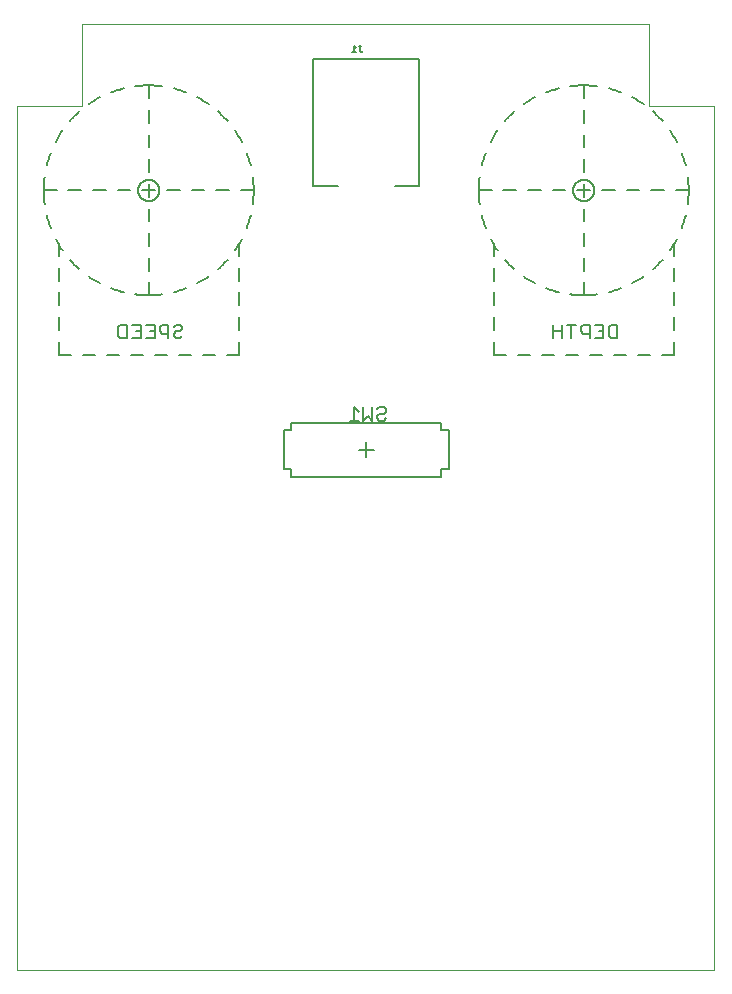
<source format=gbo>
G75*
%MOIN*%
%OFA0B0*%
%FSLAX25Y25*%
%IPPOS*%
%LPD*%
%AMOC8*
5,1,8,0,0,1.08239X$1,22.5*
%
%ADD10C,0.00500*%
%ADD11C,0.00600*%
%ADD12C,0.00800*%
%ADD13C,0.00000*%
D10*
X0121600Y0206000D02*
X0121600Y0211000D01*
X0124100Y0208500D02*
X0119100Y0208500D01*
X0119048Y0218250D02*
X0116045Y0218250D01*
X0117547Y0218250D02*
X0117547Y0222754D01*
X0119048Y0221253D01*
X0120649Y0222754D02*
X0120649Y0218250D01*
X0122151Y0219751D01*
X0123652Y0218250D01*
X0123652Y0222754D01*
X0125253Y0222003D02*
X0126004Y0222754D01*
X0127505Y0222754D01*
X0128256Y0222003D01*
X0128256Y0221253D01*
X0127505Y0220502D01*
X0126004Y0220502D01*
X0125253Y0219751D01*
X0125253Y0219001D01*
X0126004Y0218250D01*
X0127505Y0218250D01*
X0128256Y0219001D01*
X0164100Y0240063D02*
X0168155Y0240063D01*
X0172092Y0240063D02*
X0176147Y0240063D01*
X0180084Y0240063D02*
X0184139Y0240063D01*
X0188076Y0240063D02*
X0192131Y0240063D01*
X0196069Y0240063D02*
X0200124Y0240063D01*
X0204061Y0240063D02*
X0208116Y0240063D01*
X0212053Y0240063D02*
X0216108Y0240063D01*
X0220045Y0240063D02*
X0224100Y0240063D01*
X0224100Y0244401D01*
X0224100Y0248338D02*
X0224100Y0252676D01*
X0224100Y0256613D02*
X0224100Y0260950D01*
X0224100Y0264887D02*
X0224100Y0269225D01*
X0224100Y0273162D02*
X0224100Y0277500D01*
X0224822Y0295000D02*
X0229100Y0295000D01*
X0220885Y0295000D02*
X0216607Y0295000D01*
X0212670Y0295000D02*
X0208391Y0295000D01*
X0204454Y0295000D02*
X0200176Y0295000D01*
X0196239Y0295000D02*
X0191961Y0295000D01*
X0160107Y0303335D02*
X0160293Y0304058D01*
X0160493Y0304777D01*
X0160710Y0305492D01*
X0160941Y0306202D01*
X0161187Y0306907D01*
X0161449Y0307606D01*
X0163378Y0295000D02*
X0159100Y0295000D01*
X0167315Y0295000D02*
X0171593Y0295000D01*
X0175530Y0295000D02*
X0179809Y0295000D01*
X0183746Y0295000D02*
X0188024Y0295000D01*
X0167819Y0318115D02*
X0168318Y0318671D01*
X0168829Y0319215D01*
X0169351Y0319749D01*
X0169885Y0320271D01*
X0170429Y0320782D01*
X0170985Y0321281D01*
X0194100Y0321785D02*
X0194100Y0317507D01*
X0194100Y0313570D02*
X0194100Y0309291D01*
X0194100Y0305354D02*
X0194100Y0301076D01*
X0194100Y0297139D02*
X0194100Y0292861D01*
X0185764Y0261007D02*
X0185041Y0261193D01*
X0184322Y0261394D01*
X0183608Y0261610D01*
X0182898Y0261841D01*
X0182193Y0262088D01*
X0181494Y0262349D01*
X0194100Y0264278D02*
X0194100Y0260000D01*
X0194100Y0268215D02*
X0194100Y0272493D01*
X0194100Y0276430D02*
X0194100Y0280709D01*
X0194100Y0284646D02*
X0194100Y0288924D01*
X0202436Y0261007D02*
X0203159Y0261193D01*
X0203878Y0261394D01*
X0204592Y0261610D01*
X0205302Y0261841D01*
X0206007Y0262088D01*
X0206706Y0262349D01*
X0165391Y0274981D02*
X0164970Y0275598D01*
X0164563Y0276223D01*
X0164169Y0276857D01*
X0163789Y0277500D01*
X0163423Y0278150D01*
X0163070Y0278809D01*
X0164100Y0277500D02*
X0164100Y0273162D01*
X0164100Y0269225D02*
X0164100Y0264887D01*
X0164100Y0260950D02*
X0164100Y0256613D01*
X0164100Y0252676D02*
X0164100Y0248338D01*
X0164100Y0244401D02*
X0164100Y0240063D01*
X0222809Y0274981D02*
X0223230Y0275598D01*
X0223637Y0276223D01*
X0224031Y0276857D01*
X0224411Y0277500D01*
X0224777Y0278150D01*
X0225130Y0278809D01*
X0228093Y0303335D02*
X0227907Y0304058D01*
X0227707Y0304777D01*
X0227490Y0305492D01*
X0227259Y0306202D01*
X0227013Y0306907D01*
X0226751Y0307606D01*
X0220381Y0318115D02*
X0219882Y0318671D01*
X0219371Y0319215D01*
X0218849Y0319749D01*
X0218315Y0320271D01*
X0217771Y0320782D01*
X0217215Y0321281D01*
X0194100Y0325722D02*
X0194100Y0330000D01*
X0202435Y0328993D02*
X0203158Y0328807D01*
X0203877Y0328607D01*
X0204592Y0328390D01*
X0205302Y0328159D01*
X0206007Y0327913D01*
X0206706Y0327651D01*
X0228814Y0299467D02*
X0228901Y0298725D01*
X0228973Y0297982D01*
X0229028Y0297238D01*
X0229068Y0296492D01*
X0229092Y0295746D01*
X0229100Y0295000D01*
X0225130Y0311191D02*
X0224777Y0311849D01*
X0224411Y0312500D01*
X0224031Y0313142D01*
X0223637Y0313777D01*
X0223230Y0314402D01*
X0222809Y0315019D01*
X0198567Y0329714D02*
X0197825Y0329801D01*
X0197082Y0329873D01*
X0196338Y0329928D01*
X0195592Y0329968D01*
X0194846Y0329992D01*
X0194100Y0330000D01*
X0185765Y0328993D02*
X0185042Y0328807D01*
X0184323Y0328607D01*
X0183608Y0328390D01*
X0182898Y0328159D01*
X0182193Y0327913D01*
X0181494Y0327651D01*
X0189633Y0329714D02*
X0190375Y0329801D01*
X0191118Y0329873D01*
X0191862Y0329928D01*
X0192608Y0329968D01*
X0193354Y0329992D01*
X0194100Y0330000D01*
X0210291Y0326030D02*
X0210949Y0325677D01*
X0211600Y0325311D01*
X0212242Y0324931D01*
X0212877Y0324537D01*
X0213502Y0324130D01*
X0214119Y0323709D01*
X0177909Y0326030D02*
X0177251Y0325677D01*
X0176600Y0325311D01*
X0175958Y0324931D01*
X0175323Y0324537D01*
X0174698Y0324130D01*
X0174081Y0323709D01*
X0159386Y0299467D02*
X0159299Y0298725D01*
X0159227Y0297982D01*
X0159172Y0297238D01*
X0159132Y0296492D01*
X0159108Y0295746D01*
X0159100Y0295000D01*
X0163070Y0311191D02*
X0163423Y0311849D01*
X0163789Y0312500D01*
X0164169Y0313142D01*
X0164563Y0313777D01*
X0164970Y0314402D01*
X0165391Y0315019D01*
X0160107Y0286664D02*
X0160293Y0285941D01*
X0160494Y0285222D01*
X0160710Y0284508D01*
X0160941Y0283798D01*
X0161188Y0283093D01*
X0161449Y0282394D01*
X0194100Y0260000D02*
X0194847Y0260008D01*
X0195593Y0260032D01*
X0196338Y0260072D01*
X0197083Y0260127D01*
X0197826Y0260199D01*
X0198567Y0260286D01*
X0170985Y0268719D02*
X0170429Y0269218D01*
X0169885Y0269729D01*
X0169351Y0270251D01*
X0168829Y0270785D01*
X0168318Y0271329D01*
X0167819Y0271885D01*
X0217215Y0268719D02*
X0217771Y0269218D01*
X0218315Y0269729D01*
X0218849Y0270251D01*
X0219371Y0270785D01*
X0219882Y0271329D01*
X0220381Y0271885D01*
X0194100Y0260000D02*
X0193353Y0260008D01*
X0192607Y0260032D01*
X0191862Y0260072D01*
X0191117Y0260127D01*
X0190374Y0260199D01*
X0189633Y0260286D01*
X0190565Y0295000D02*
X0190567Y0295119D01*
X0190573Y0295237D01*
X0190583Y0295356D01*
X0190597Y0295474D01*
X0190615Y0295591D01*
X0190637Y0295708D01*
X0190662Y0295824D01*
X0190692Y0295939D01*
X0190725Y0296053D01*
X0190763Y0296166D01*
X0190804Y0296277D01*
X0190848Y0296387D01*
X0190897Y0296495D01*
X0190949Y0296602D01*
X0191005Y0296707D01*
X0191064Y0296810D01*
X0191126Y0296911D01*
X0191192Y0297010D01*
X0191261Y0297107D01*
X0191334Y0297201D01*
X0191409Y0297292D01*
X0191488Y0297382D01*
X0191569Y0297468D01*
X0191653Y0297552D01*
X0191741Y0297632D01*
X0191830Y0297710D01*
X0191923Y0297785D01*
X0192017Y0297856D01*
X0192115Y0297925D01*
X0192214Y0297990D01*
X0192315Y0298051D01*
X0192419Y0298110D01*
X0192524Y0298164D01*
X0192632Y0298216D01*
X0192740Y0298263D01*
X0192851Y0298307D01*
X0192963Y0298347D01*
X0193076Y0298383D01*
X0193190Y0298416D01*
X0193305Y0298444D01*
X0193421Y0298469D01*
X0193538Y0298490D01*
X0193656Y0298507D01*
X0193774Y0298520D01*
X0193892Y0298529D01*
X0194011Y0298534D01*
X0194130Y0298535D01*
X0194248Y0298532D01*
X0194367Y0298525D01*
X0194485Y0298514D01*
X0194603Y0298499D01*
X0194720Y0298480D01*
X0194837Y0298457D01*
X0194953Y0298431D01*
X0195067Y0298400D01*
X0195181Y0298366D01*
X0195294Y0298327D01*
X0195405Y0298285D01*
X0195514Y0298240D01*
X0195622Y0298190D01*
X0195729Y0298137D01*
X0195833Y0298081D01*
X0195936Y0298021D01*
X0196036Y0297958D01*
X0196134Y0297891D01*
X0196230Y0297821D01*
X0196324Y0297748D01*
X0196415Y0297672D01*
X0196503Y0297592D01*
X0196589Y0297510D01*
X0196672Y0297425D01*
X0196752Y0297337D01*
X0196829Y0297247D01*
X0196903Y0297154D01*
X0196974Y0297059D01*
X0197041Y0296961D01*
X0197106Y0296861D01*
X0197166Y0296759D01*
X0197224Y0296655D01*
X0197278Y0296549D01*
X0197328Y0296441D01*
X0197374Y0296332D01*
X0197417Y0296221D01*
X0197456Y0296109D01*
X0197492Y0295996D01*
X0197523Y0295881D01*
X0197551Y0295766D01*
X0197575Y0295650D01*
X0197595Y0295532D01*
X0197611Y0295415D01*
X0197623Y0295297D01*
X0197631Y0295178D01*
X0197635Y0295059D01*
X0197635Y0294941D01*
X0197631Y0294822D01*
X0197623Y0294703D01*
X0197611Y0294585D01*
X0197595Y0294468D01*
X0197575Y0294350D01*
X0197551Y0294234D01*
X0197523Y0294119D01*
X0197492Y0294004D01*
X0197456Y0293891D01*
X0197417Y0293779D01*
X0197374Y0293668D01*
X0197328Y0293559D01*
X0197278Y0293451D01*
X0197224Y0293345D01*
X0197166Y0293241D01*
X0197106Y0293139D01*
X0197041Y0293039D01*
X0196974Y0292941D01*
X0196903Y0292846D01*
X0196829Y0292753D01*
X0196752Y0292663D01*
X0196672Y0292575D01*
X0196589Y0292490D01*
X0196503Y0292408D01*
X0196415Y0292328D01*
X0196324Y0292252D01*
X0196230Y0292179D01*
X0196134Y0292109D01*
X0196036Y0292042D01*
X0195936Y0291979D01*
X0195833Y0291919D01*
X0195729Y0291863D01*
X0195622Y0291810D01*
X0195514Y0291760D01*
X0195405Y0291715D01*
X0195294Y0291673D01*
X0195181Y0291634D01*
X0195067Y0291600D01*
X0194953Y0291569D01*
X0194837Y0291543D01*
X0194720Y0291520D01*
X0194603Y0291501D01*
X0194485Y0291486D01*
X0194367Y0291475D01*
X0194248Y0291468D01*
X0194130Y0291465D01*
X0194011Y0291466D01*
X0193892Y0291471D01*
X0193774Y0291480D01*
X0193656Y0291493D01*
X0193538Y0291510D01*
X0193421Y0291531D01*
X0193305Y0291556D01*
X0193190Y0291584D01*
X0193076Y0291617D01*
X0192963Y0291653D01*
X0192851Y0291693D01*
X0192740Y0291737D01*
X0192632Y0291784D01*
X0192524Y0291836D01*
X0192419Y0291890D01*
X0192315Y0291949D01*
X0192214Y0292010D01*
X0192115Y0292075D01*
X0192017Y0292144D01*
X0191923Y0292215D01*
X0191830Y0292290D01*
X0191741Y0292368D01*
X0191653Y0292448D01*
X0191569Y0292532D01*
X0191488Y0292618D01*
X0191409Y0292708D01*
X0191334Y0292799D01*
X0191261Y0292893D01*
X0191192Y0292990D01*
X0191126Y0293089D01*
X0191064Y0293190D01*
X0191005Y0293293D01*
X0190949Y0293398D01*
X0190897Y0293505D01*
X0190848Y0293613D01*
X0190804Y0293723D01*
X0190763Y0293834D01*
X0190725Y0293947D01*
X0190692Y0294061D01*
X0190662Y0294176D01*
X0190637Y0294292D01*
X0190615Y0294409D01*
X0190597Y0294526D01*
X0190583Y0294644D01*
X0190573Y0294763D01*
X0190567Y0294881D01*
X0190565Y0295000D01*
X0228814Y0290533D02*
X0228901Y0291274D01*
X0228973Y0292017D01*
X0229028Y0292762D01*
X0229068Y0293507D01*
X0229092Y0294253D01*
X0229100Y0295000D01*
X0159386Y0290533D02*
X0159299Y0291274D01*
X0159227Y0292017D01*
X0159172Y0292762D01*
X0159132Y0293507D01*
X0159108Y0294253D01*
X0159100Y0295000D01*
X0210291Y0263970D02*
X0210950Y0264323D01*
X0211600Y0264689D01*
X0212243Y0265069D01*
X0212877Y0265463D01*
X0213502Y0265870D01*
X0214119Y0266291D01*
X0177909Y0263970D02*
X0177250Y0264323D01*
X0176600Y0264689D01*
X0175957Y0265069D01*
X0175323Y0265463D01*
X0174698Y0265870D01*
X0174081Y0266291D01*
X0226751Y0282394D02*
X0227012Y0283093D01*
X0227259Y0283798D01*
X0227490Y0284508D01*
X0227706Y0285222D01*
X0227907Y0285941D01*
X0228093Y0286664D01*
X0120370Y0341492D02*
X0120053Y0341175D01*
X0119736Y0341175D01*
X0119419Y0341492D01*
X0119419Y0343077D01*
X0119736Y0343077D02*
X0119102Y0343077D01*
X0118160Y0342443D02*
X0117526Y0343077D01*
X0117526Y0341175D01*
X0118160Y0341175D02*
X0116892Y0341175D01*
X0084100Y0295000D02*
X0079822Y0295000D01*
X0075885Y0295000D02*
X0071607Y0295000D01*
X0067670Y0295000D02*
X0063391Y0295000D01*
X0059454Y0295000D02*
X0055176Y0295000D01*
X0051239Y0295000D02*
X0046961Y0295000D01*
X0015107Y0303335D02*
X0015293Y0304058D01*
X0015493Y0304777D01*
X0015710Y0305492D01*
X0015941Y0306202D01*
X0016187Y0306907D01*
X0016449Y0307606D01*
X0018378Y0295000D02*
X0014100Y0295000D01*
X0022315Y0295000D02*
X0026593Y0295000D01*
X0030530Y0295000D02*
X0034809Y0295000D01*
X0038746Y0295000D02*
X0043024Y0295000D01*
X0022819Y0318115D02*
X0023318Y0318671D01*
X0023829Y0319215D01*
X0024351Y0319749D01*
X0024885Y0320271D01*
X0025429Y0320782D01*
X0025985Y0321281D01*
X0049100Y0321785D02*
X0049100Y0317507D01*
X0049100Y0313570D02*
X0049100Y0309291D01*
X0049100Y0305354D02*
X0049100Y0301076D01*
X0049100Y0297139D02*
X0049100Y0292861D01*
X0040764Y0261007D02*
X0040041Y0261193D01*
X0039322Y0261394D01*
X0038608Y0261610D01*
X0037898Y0261841D01*
X0037193Y0262088D01*
X0036494Y0262349D01*
X0049100Y0264278D02*
X0049100Y0260000D01*
X0049100Y0268215D02*
X0049100Y0272493D01*
X0049100Y0276430D02*
X0049100Y0280709D01*
X0049100Y0284646D02*
X0049100Y0288924D01*
X0057436Y0261007D02*
X0058159Y0261193D01*
X0058878Y0261394D01*
X0059592Y0261610D01*
X0060302Y0261841D01*
X0061007Y0262088D01*
X0061706Y0262349D01*
X0063116Y0240063D02*
X0059061Y0240063D01*
X0055124Y0240063D02*
X0051069Y0240063D01*
X0047131Y0240063D02*
X0043076Y0240063D01*
X0039139Y0240063D02*
X0035084Y0240063D01*
X0031147Y0240063D02*
X0027092Y0240063D01*
X0023155Y0240063D02*
X0019100Y0240063D01*
X0019100Y0244401D01*
X0019100Y0248338D02*
X0019100Y0252676D01*
X0019100Y0256613D02*
X0019100Y0260950D01*
X0019100Y0264887D02*
X0019100Y0269225D01*
X0019100Y0273162D02*
X0019100Y0277500D01*
X0044633Y0329714D02*
X0045375Y0329801D01*
X0046118Y0329873D01*
X0046862Y0329928D01*
X0047608Y0329968D01*
X0048354Y0329992D01*
X0049100Y0330000D01*
X0049100Y0325722D01*
X0057435Y0328993D02*
X0058158Y0328807D01*
X0058877Y0328607D01*
X0059592Y0328390D01*
X0060302Y0328159D01*
X0061007Y0327913D01*
X0061706Y0327651D01*
X0072215Y0321281D02*
X0072771Y0320782D01*
X0073315Y0320271D01*
X0073849Y0319749D01*
X0074371Y0319215D01*
X0074882Y0318671D01*
X0075381Y0318115D01*
X0081751Y0307606D02*
X0082013Y0306907D01*
X0082259Y0306202D01*
X0082490Y0305492D01*
X0082707Y0304777D01*
X0082907Y0304058D01*
X0083093Y0303335D01*
X0079100Y0277500D02*
X0079100Y0273162D01*
X0079100Y0269225D02*
X0079100Y0264887D01*
X0079100Y0260950D02*
X0079100Y0256613D01*
X0079100Y0252676D02*
X0079100Y0248338D01*
X0079100Y0244401D02*
X0079100Y0240063D01*
X0075045Y0240063D01*
X0071108Y0240063D02*
X0067053Y0240063D01*
X0020391Y0274981D02*
X0019970Y0275598D01*
X0019563Y0276223D01*
X0019169Y0276857D01*
X0018789Y0277500D01*
X0018423Y0278150D01*
X0018070Y0278809D01*
X0018070Y0311191D02*
X0018423Y0311849D01*
X0018789Y0312500D01*
X0019169Y0313142D01*
X0019563Y0313777D01*
X0019970Y0314402D01*
X0020391Y0315019D01*
X0036494Y0327651D02*
X0037193Y0327913D01*
X0037898Y0328159D01*
X0038608Y0328390D01*
X0039323Y0328607D01*
X0040042Y0328807D01*
X0040765Y0328993D01*
X0014386Y0299467D02*
X0014299Y0298725D01*
X0014227Y0297982D01*
X0014172Y0297238D01*
X0014132Y0296492D01*
X0014108Y0295746D01*
X0014100Y0295000D01*
X0029081Y0323709D02*
X0029698Y0324130D01*
X0030323Y0324537D01*
X0030958Y0324931D01*
X0031600Y0325311D01*
X0032251Y0325677D01*
X0032909Y0326030D01*
X0065291Y0326030D02*
X0065949Y0325677D01*
X0066600Y0325311D01*
X0067242Y0324931D01*
X0067877Y0324537D01*
X0068502Y0324130D01*
X0069119Y0323709D01*
X0083814Y0299467D02*
X0083901Y0298725D01*
X0083973Y0297982D01*
X0084028Y0297238D01*
X0084068Y0296492D01*
X0084092Y0295746D01*
X0084100Y0295000D01*
X0080130Y0311191D02*
X0079777Y0311849D01*
X0079411Y0312500D01*
X0079031Y0313142D01*
X0078637Y0313777D01*
X0078230Y0314402D01*
X0077809Y0315019D01*
X0053567Y0329714D02*
X0052825Y0329801D01*
X0052082Y0329873D01*
X0051338Y0329928D01*
X0050592Y0329968D01*
X0049846Y0329992D01*
X0049100Y0330000D01*
X0015107Y0286664D02*
X0015293Y0285941D01*
X0015494Y0285222D01*
X0015710Y0284508D01*
X0015941Y0283798D01*
X0016188Y0283093D01*
X0016449Y0282394D01*
X0077809Y0274981D02*
X0078230Y0275598D01*
X0078637Y0276223D01*
X0079031Y0276857D01*
X0079411Y0277500D01*
X0079777Y0278150D01*
X0080130Y0278809D01*
X0049100Y0260000D02*
X0048353Y0260008D01*
X0047607Y0260032D01*
X0046862Y0260072D01*
X0046117Y0260127D01*
X0045374Y0260199D01*
X0044633Y0260286D01*
X0025985Y0268719D02*
X0025429Y0269218D01*
X0024885Y0269729D01*
X0024351Y0270251D01*
X0023829Y0270785D01*
X0023318Y0271329D01*
X0022819Y0271885D01*
X0049100Y0260000D02*
X0049847Y0260008D01*
X0050593Y0260032D01*
X0051338Y0260072D01*
X0052083Y0260127D01*
X0052826Y0260199D01*
X0053567Y0260286D01*
X0072215Y0268719D02*
X0072771Y0269218D01*
X0073315Y0269729D01*
X0073849Y0270251D01*
X0074371Y0270785D01*
X0074882Y0271329D01*
X0075381Y0271885D01*
X0014386Y0290533D02*
X0014299Y0291274D01*
X0014227Y0292017D01*
X0014172Y0292762D01*
X0014132Y0293507D01*
X0014108Y0294253D01*
X0014100Y0295000D01*
X0083814Y0290533D02*
X0083901Y0291274D01*
X0083973Y0292017D01*
X0084028Y0292762D01*
X0084068Y0293507D01*
X0084092Y0294253D01*
X0084100Y0295000D01*
X0083093Y0286664D02*
X0082907Y0285941D01*
X0082706Y0285222D01*
X0082490Y0284508D01*
X0082259Y0283798D01*
X0082012Y0283093D01*
X0081751Y0282394D01*
X0045565Y0295000D02*
X0045567Y0295119D01*
X0045573Y0295237D01*
X0045583Y0295356D01*
X0045597Y0295474D01*
X0045615Y0295591D01*
X0045637Y0295708D01*
X0045662Y0295824D01*
X0045692Y0295939D01*
X0045725Y0296053D01*
X0045763Y0296166D01*
X0045804Y0296277D01*
X0045848Y0296387D01*
X0045897Y0296495D01*
X0045949Y0296602D01*
X0046005Y0296707D01*
X0046064Y0296810D01*
X0046126Y0296911D01*
X0046192Y0297010D01*
X0046261Y0297107D01*
X0046334Y0297201D01*
X0046409Y0297292D01*
X0046488Y0297382D01*
X0046569Y0297468D01*
X0046653Y0297552D01*
X0046741Y0297632D01*
X0046830Y0297710D01*
X0046923Y0297785D01*
X0047017Y0297856D01*
X0047115Y0297925D01*
X0047214Y0297990D01*
X0047315Y0298051D01*
X0047419Y0298110D01*
X0047524Y0298164D01*
X0047632Y0298216D01*
X0047740Y0298263D01*
X0047851Y0298307D01*
X0047963Y0298347D01*
X0048076Y0298383D01*
X0048190Y0298416D01*
X0048305Y0298444D01*
X0048421Y0298469D01*
X0048538Y0298490D01*
X0048656Y0298507D01*
X0048774Y0298520D01*
X0048892Y0298529D01*
X0049011Y0298534D01*
X0049130Y0298535D01*
X0049248Y0298532D01*
X0049367Y0298525D01*
X0049485Y0298514D01*
X0049603Y0298499D01*
X0049720Y0298480D01*
X0049837Y0298457D01*
X0049953Y0298431D01*
X0050067Y0298400D01*
X0050181Y0298366D01*
X0050294Y0298327D01*
X0050405Y0298285D01*
X0050514Y0298240D01*
X0050622Y0298190D01*
X0050729Y0298137D01*
X0050833Y0298081D01*
X0050936Y0298021D01*
X0051036Y0297958D01*
X0051134Y0297891D01*
X0051230Y0297821D01*
X0051324Y0297748D01*
X0051415Y0297672D01*
X0051503Y0297592D01*
X0051589Y0297510D01*
X0051672Y0297425D01*
X0051752Y0297337D01*
X0051829Y0297247D01*
X0051903Y0297154D01*
X0051974Y0297059D01*
X0052041Y0296961D01*
X0052106Y0296861D01*
X0052166Y0296759D01*
X0052224Y0296655D01*
X0052278Y0296549D01*
X0052328Y0296441D01*
X0052374Y0296332D01*
X0052417Y0296221D01*
X0052456Y0296109D01*
X0052492Y0295996D01*
X0052523Y0295881D01*
X0052551Y0295766D01*
X0052575Y0295650D01*
X0052595Y0295532D01*
X0052611Y0295415D01*
X0052623Y0295297D01*
X0052631Y0295178D01*
X0052635Y0295059D01*
X0052635Y0294941D01*
X0052631Y0294822D01*
X0052623Y0294703D01*
X0052611Y0294585D01*
X0052595Y0294468D01*
X0052575Y0294350D01*
X0052551Y0294234D01*
X0052523Y0294119D01*
X0052492Y0294004D01*
X0052456Y0293891D01*
X0052417Y0293779D01*
X0052374Y0293668D01*
X0052328Y0293559D01*
X0052278Y0293451D01*
X0052224Y0293345D01*
X0052166Y0293241D01*
X0052106Y0293139D01*
X0052041Y0293039D01*
X0051974Y0292941D01*
X0051903Y0292846D01*
X0051829Y0292753D01*
X0051752Y0292663D01*
X0051672Y0292575D01*
X0051589Y0292490D01*
X0051503Y0292408D01*
X0051415Y0292328D01*
X0051324Y0292252D01*
X0051230Y0292179D01*
X0051134Y0292109D01*
X0051036Y0292042D01*
X0050936Y0291979D01*
X0050833Y0291919D01*
X0050729Y0291863D01*
X0050622Y0291810D01*
X0050514Y0291760D01*
X0050405Y0291715D01*
X0050294Y0291673D01*
X0050181Y0291634D01*
X0050067Y0291600D01*
X0049953Y0291569D01*
X0049837Y0291543D01*
X0049720Y0291520D01*
X0049603Y0291501D01*
X0049485Y0291486D01*
X0049367Y0291475D01*
X0049248Y0291468D01*
X0049130Y0291465D01*
X0049011Y0291466D01*
X0048892Y0291471D01*
X0048774Y0291480D01*
X0048656Y0291493D01*
X0048538Y0291510D01*
X0048421Y0291531D01*
X0048305Y0291556D01*
X0048190Y0291584D01*
X0048076Y0291617D01*
X0047963Y0291653D01*
X0047851Y0291693D01*
X0047740Y0291737D01*
X0047632Y0291784D01*
X0047524Y0291836D01*
X0047419Y0291890D01*
X0047315Y0291949D01*
X0047214Y0292010D01*
X0047115Y0292075D01*
X0047017Y0292144D01*
X0046923Y0292215D01*
X0046830Y0292290D01*
X0046741Y0292368D01*
X0046653Y0292448D01*
X0046569Y0292532D01*
X0046488Y0292618D01*
X0046409Y0292708D01*
X0046334Y0292799D01*
X0046261Y0292893D01*
X0046192Y0292990D01*
X0046126Y0293089D01*
X0046064Y0293190D01*
X0046005Y0293293D01*
X0045949Y0293398D01*
X0045897Y0293505D01*
X0045848Y0293613D01*
X0045804Y0293723D01*
X0045763Y0293834D01*
X0045725Y0293947D01*
X0045692Y0294061D01*
X0045662Y0294176D01*
X0045637Y0294292D01*
X0045615Y0294409D01*
X0045597Y0294526D01*
X0045583Y0294644D01*
X0045573Y0294763D01*
X0045567Y0294881D01*
X0045565Y0295000D01*
X0065291Y0263970D02*
X0065950Y0264323D01*
X0066600Y0264689D01*
X0067243Y0265069D01*
X0067877Y0265463D01*
X0068502Y0265870D01*
X0069119Y0266291D01*
X0032909Y0263970D02*
X0032250Y0264323D01*
X0031600Y0264689D01*
X0030957Y0265069D01*
X0030323Y0265463D01*
X0029698Y0265870D01*
X0029081Y0266291D01*
D11*
X0039692Y0250204D02*
X0041894Y0250204D01*
X0041894Y0245800D01*
X0039692Y0245800D01*
X0038958Y0246534D01*
X0038958Y0249470D01*
X0039692Y0250204D01*
X0043562Y0250204D02*
X0046498Y0250204D01*
X0046498Y0245800D01*
X0043562Y0245800D01*
X0045030Y0248002D02*
X0046498Y0248002D01*
X0048166Y0250204D02*
X0051102Y0250204D01*
X0051102Y0245800D01*
X0048166Y0245800D01*
X0049634Y0248002D02*
X0051102Y0248002D01*
X0052770Y0248002D02*
X0053504Y0247268D01*
X0055706Y0247268D01*
X0055706Y0245800D02*
X0055706Y0250204D01*
X0053504Y0250204D01*
X0052770Y0249470D01*
X0052770Y0248002D01*
X0057374Y0247268D02*
X0057374Y0246534D01*
X0058108Y0245800D01*
X0059576Y0245800D01*
X0060310Y0246534D01*
X0059576Y0248002D02*
X0058108Y0248002D01*
X0057374Y0247268D01*
X0057374Y0249470D02*
X0058108Y0250204D01*
X0059576Y0250204D01*
X0060310Y0249470D01*
X0060310Y0248736D01*
X0059576Y0248002D01*
X0094100Y0215000D02*
X0094100Y0202000D01*
X0096600Y0202000D01*
X0096600Y0199500D01*
X0146600Y0199500D01*
X0146600Y0202000D01*
X0149100Y0202000D01*
X0149100Y0215000D01*
X0146600Y0215000D01*
X0146600Y0215500D01*
X0146600Y0217500D01*
X0096600Y0217500D01*
X0096600Y0215500D01*
X0096600Y0215000D01*
X0094100Y0215000D01*
X0183958Y0245800D02*
X0183958Y0250204D01*
X0183958Y0248002D02*
X0186894Y0248002D01*
X0186894Y0245800D02*
X0186894Y0250204D01*
X0188562Y0250204D02*
X0191498Y0250204D01*
X0190030Y0250204D02*
X0190030Y0245800D01*
X0193166Y0248002D02*
X0193900Y0247268D01*
X0196102Y0247268D01*
X0196102Y0245800D02*
X0196102Y0250204D01*
X0193900Y0250204D01*
X0193166Y0249470D01*
X0193166Y0248002D01*
X0197770Y0250204D02*
X0200706Y0250204D01*
X0200706Y0245800D01*
X0197770Y0245800D01*
X0199238Y0248002D02*
X0200706Y0248002D01*
X0202374Y0246534D02*
X0202374Y0249470D01*
X0203108Y0250204D01*
X0205310Y0250204D01*
X0205310Y0245800D01*
X0203108Y0245800D01*
X0202374Y0246534D01*
D12*
X0139317Y0296588D02*
X0139317Y0299344D01*
X0139300Y0299325D02*
X0139300Y0318700D01*
X0139317Y0317848D02*
X0139317Y0338714D01*
X0103883Y0338714D01*
X0103883Y0296588D01*
X0112151Y0296588D01*
X0131049Y0296588D02*
X0139317Y0296588D01*
D13*
X0237633Y0035000D02*
X0005350Y0035000D01*
X0005350Y0323031D01*
X0027004Y0323031D01*
X0027004Y0350591D01*
X0215980Y0350591D01*
X0215980Y0323031D01*
X0237633Y0323031D01*
X0237633Y0035000D01*
M02*

</source>
